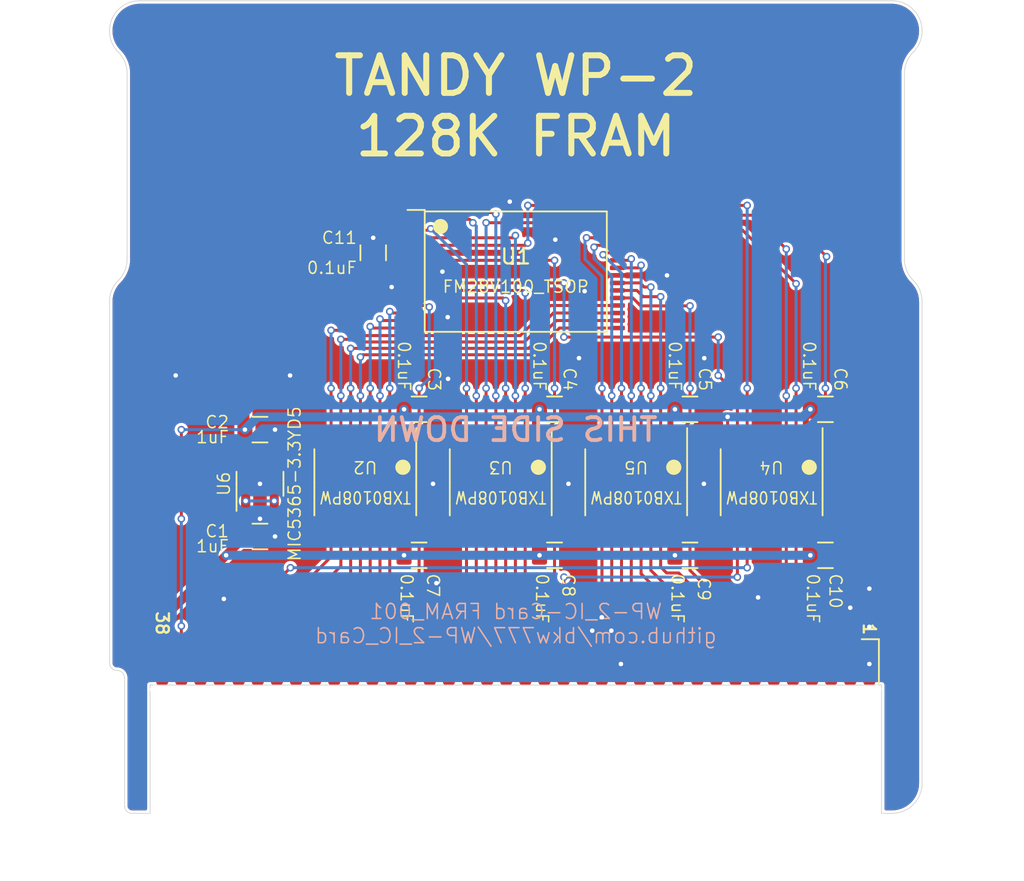
<source format=kicad_pcb>
(kicad_pcb (version 20211014) (generator pcbnew)
  (title_block (title "WP-2_IC-Card") (date "2023-01-12") (rev "FRAM_001") (company "Brian K. White - b.kenyon.w@gmail.com") (comment 1 "CC-BY-SA") (comment 2 "github.com/bkw777/WP-2_IC_Card"))
  (layers (0 "F.Cu" signal) (31 "B.Cu" signal) (34 "B.Paste" user) (35 "F.Paste" user) (36 "B.SilkS" user "B.Silkscreen") (37 "F.SilkS" user "F.Silkscreen") (38 "B.Mask" user) (39 "F.Mask" user) (44 "Edge.Cuts" user))
  (net 0 "")
  (net 1 "GND")
  (net 2 "/~{CE1}")
  (net 3 "/~{OE}")
  (net 4 "/D0")
  (net 5 "/D1")
  (net 6 "/D2")
  (net 7 "/D3")
  (net 8 "/D4")
  (net 9 "/D5")
  (net 10 "/D6")
  (net 11 "/D7")
  (net 12 "/A16")
  (net 13 "/A15")
  (net 14 "/A14")
  (net 15 "/A13")
  (net 16 "/A12")
  (net 17 "/A11")
  (net 18 "/A10")
  (net 19 "/A9")
  (net 20 "/A8")
  (net 21 "/A7")
  (net 22 "/A6")
  (net 23 "/A5")
  (net 24 "/A4")
  (net 25 "/A3")
  (net 26 "/A2")
  (net 27 "/A1")
  (net 28 "/A0")
  (net 29 "/CE2")
  (net 30 "VMEM")
  (net 31 "VBUS")
  (net 32 "/~{WE}")
  (net 37 "Net-(U1-Pad1)")
  (net 38 "Net-(U1-Pad2)")
  (net 39 "Net-(U1-Pad3)")
  (net 40 "Net-(U1-Pad4)")
  (net 41 "Net-(U1-Pad5)")
  (net 42 "Net-(U1-Pad7)")
  (net 43 "Net-(U1-Pad10)")
  (net 44 "Net-(U1-Pad11)")
  (net 45 "Net-(U1-Pad12)")
  (net 46 "Net-(U1-Pad13)")
  (net 47 "Net-(U1-Pad14)")
  (net 48 "Net-(U1-Pad15)")
  (net 49 "Net-(U1-Pad16)")
  (net 50 "Net-(U1-Pad17)")
  (net 51 "Net-(U1-Pad18)")
  (net 52 "Net-(U1-Pad19)")
  (net 53 "Net-(U1-Pad20)")
  (net 54 "Net-(U1-Pad21)")
  (net 55 "Net-(U1-Pad22)")
  (net 56 "Net-(U1-Pad23)")
  (net 57 "Net-(U1-Pad25)")
  (net 58 "Net-(U1-Pad26)")
  (net 59 "Net-(U1-Pad27)")
  (net 60 "Net-(U1-Pad28)")
  (net 61 "Net-(U1-Pad29)")
  (net 62 "Net-(U1-Pad31)")
  (net 64 "Net-(U1-Pad6)")
  (net 65 "Net-(U1-Pad30)")
  (net 66 "Net-(U1-Pad32)")
  (footprint "0_LOCAL:SMS-138-01-x-x_edge" (layer "F.Cu") (at 135.95 113.72 -90)
    (fp_text reference "J1" hide)
    (fp_text value "Conn_01x38_Female")
  )
  (footprint "0_LOCAL:npth_0.6mm" (layer "F.Cu") (at 159.95 114.02)
    (fp_text reference "REF**" hide)
    (fp_text value "npth_0.6mm")
  )
  (footprint "0_LOCAL:TSOP32-14mm" (layer "F.Cu") (at 135.95 86.245)
    (fp_text reference "U1")
    (fp_text value "FM28V100_TSOP")
  )
  (footprint "0_LOCAL:C_0805_1mm" (layer "F.Cu") (at 118.95 103.845 180)
    (fp_text reference "C1")
    (fp_text value "1uF")
  )
  (footprint "0_LOCAL:C_0805_1mm" (layer "F.Cu") (at 118.95 96.745 180)
    (fp_text reference "C2")
    (fp_text value "1uF")
  )
  (footprint "0_LOCAL:TSSOP-20_4.4x6.5mm_P0.65mm" (layer "F.Cu") (at 143.95 100.245 -90)
    (fp_text reference "U5")
    (fp_text value "TXB0108PW")
  )
  (footprint "0_LOCAL:C_0805_1mm" (layer "F.Cu") (at 129.525 95.395)
    (fp_text reference "C3")
    (fp_text value "0.1uF")
  )
  (footprint "0_LOCAL:TSOT-23-5" (layer "F.Cu") (at 118.95 100.345 90)
    (fp_text reference "U6")
    (fp_text value "MIC5365-3.3YD5")
  )
  (footprint "0_LOCAL:C_0805_1mm" (layer "F.Cu") (at 129.525 105.095)
    (fp_text reference "C7")
    (fp_text value "0.1uF")
  )
  (footprint "0_LOCAL:C_0805_1mm" (layer "F.Cu") (at 147.525 105.095)
    (fp_text reference "C9")
    (fp_text value "0.1uF")
  )
  (footprint "0_LOCAL:TSSOP-20_4.4x6.5mm_P0.65mm" (layer "F.Cu") (at 134.95 100.245 -90)
    (fp_text reference "U3")
    (fp_text value "TXB0108PW")
  )
  (footprint "0_LOCAL:WP-2_IC_Card_Cover_RAM" (layer "F.Cu") (at 135.95 95.245)
    (fp_text reference "REF**" hide)
    (fp_text value "WP-2_IC_Card_Cover_RAM")
  )
  (footprint "0_LOCAL:C_0805_1mm" (layer "F.Cu") (at 147.525 95.395)
    (fp_text reference "C5")
    (fp_text value "0.1uF")
  )
  (footprint "0_LOCAL:C_0805_1mm" (layer "F.Cu") (at 156.525 95.395)
    (fp_text reference "C6")
    (fp_text value "0.1uF")
  )
  (footprint "0_LOCAL:C_0805_1mm" (layer "F.Cu") (at 156.525 105.095)
    (fp_text reference "C10")
    (fp_text value "0.1uF")
  )
  (footprint "0_LOCAL:npth_0.6mm" (layer "F.Cu") (at 111.95 114.02)
    (fp_text reference "REF**" hide)
    (fp_text value "npth_0.6mm")
  )
  (footprint "0_LOCAL:TSSOP-20_4.4x6.5mm_P0.65mm" (layer "F.Cu") (at 125.95 100.245 -90)
    (fp_text reference "U2")
    (fp_text value "TXB0108PW")
  )
  (footprint "0_LOCAL:C_0805_1mm" (layer "F.Cu") (at 138.525 105.095)
    (fp_text reference "C8")
    (fp_text value "0.1uF")
  )
  (footprint "0_LOCAL:TSSOP-20_4.4x6.5mm_P0.65mm" (layer "F.Cu") (at 152.95 100.245 -90)
    (fp_text reference "U4")
    (fp_text value "TXB0108PW")
  )
  (footprint "0_LOCAL:C_0805_1mm" (layer "F.Cu") (at 138.525 95.395)
    (fp_text reference "C4")
    (fp_text value "0.1uF")
  )
  (footprint "0_LOCAL:C_0805_1mm" (layer "F.Cu") (at 126.475 84.995 90)
    (fp_text reference "C11")
    (fp_text value "0.1uF")
  )
  (gr_line (start 108.949999 88.245) (end 108.95 112.245) (layer "Edge.Cuts") (width 0.05))
  (gr_line (start 160.95 68.245) (end 110.95 68.245) (layer "Edge.Cuts") (width 0.05))
  (gr_line (start 111.65 113.72) (end 160.25 113.72) (layer "Edge.Cuts") (width 0.05))
  (gr_line (start 160.25 122.245) (end 160.25 113.72) (layer "Edge.Cuts") (width 0.05))
  (gr_line (start 111.65 122.245) (end 111.65 113.72) (layer "Edge.Cuts") (width 0.05))
  (gr_line (start 110.45 122.245) (end 111.65 122.245) (layer "Edge.Cuts") (width 0.05))
  (gr_line (start 160.95 122.245) (end 160.25 122.245) (layer "Edge.Cuts") (width 0.05))
  (gr_line (start 162.95 120.245) (end 162.95 88.245) (layer "Edge.Cuts") (width 0.05))
  (gr_line (start 109.95 113.245) (end 109.95 121.745) (layer "Edge.Cuts") (width 0.05))
  (gr_arc (start 109.535787 71.659214) (mid 109.969333 72.308061) (end 110.121574 73.073428) (layer "Edge.Cuts") (width 0.05))
  (gr_arc (start 162.364213 86.830786) (mid 162.797759 87.479633) (end 162.95 88.245) (layer "Edge.Cuts") (width 0.05))
  (gr_arc (start 162.95 120.245) (mid 162.364214 121.659214) (end 160.95 122.245) (layer "Edge.Cuts") (width 0.05))
  (gr_arc (start 109.45 112.745) (mid 109.803553 112.891447) (end 109.95 113.245) (layer "Edge.Cuts") (width 0.05))
  (gr_arc (start 108.95 70.245) (mid 109.535786 68.830786) (end 110.95 68.245) (layer "Edge.Cuts") (width 0.05))
  (gr_arc (start 160.95 68.245) (mid 162.364214 68.830786) (end 162.95 70.245) (layer "Edge.Cuts") (width 0.05))
  (gr_arc (start 110.45 122.245) (mid 110.096447 122.098553) (end 109.95 121.745) (layer "Edge.Cuts") (width 0.05))
  (gr_arc (start 162.95 70.245) (mid 162.797759 71.010367) (end 162.364213 71.659214) (layer "Edge.Cuts") (width 0.05))
  (gr_arc (start 110.121573 85.416572) (mid 109.969339 86.181944) (end 109.535786 86.830786) (layer "Edge.Cuts") (width 0.05))
  (gr_line (start 161.778426 73.073428) (end 161.778426 85.416572) (layer "Edge.Cuts") (width 0.05))
  (gr_arc (start 162.364213 86.830786) (mid 161.930671 86.181939) (end 161.778426 85.416572) (layer "Edge.Cuts") (width 0.05))
  (gr_arc (start 108.949999 88.245) (mid 109.10224 87.479633) (end 109.535786 86.830786) (layer "Edge.Cuts") (width 0.05))
  (gr_arc (start 161.778426 73.073428) (mid 161.930667 72.308061) (end 162.364213 71.659214) (layer "Edge.Cuts") (width 0.05))
  (gr_arc (start 109.535787 71.659214) (mid 109.102241 71.010367) (end 108.95 70.245) (layer "Edge.Cuts") (width 0.05))
  (gr_line (start 110.121574 73.073428) (end 110.121573 85.416572) (layer "Edge.Cuts") (width 0.05))
  (gr_arc (start 109.45 112.745) (mid 109.096447 112.598553) (end 108.95 112.245) (layer "Edge.Cuts") (width 0.05))
  (gr_text "${TITLE} ${REVISION}\n${COMMENT2}" (at 135.95 109.64) (layer "B.SilkS") (effects (font (size 1 1) (thickness 0.1)) (justify mirror)))
  (gr_text "THIS SIDE DOWN" (at 135.95 96.745) (layer "B.SilkS") (effects (font (size 1.524 1.524) (thickness 0.254)) (justify mirror)))
  (gr_text "1" (at 159.445 110.485 -90) (layer "F.SilkS") (effects (font (size 0.8128 0.8128) (thickness 0.1524)) (justify right)))
  (gr_text "38" (at 112.455 110.485 -90) (layer "F.SilkS") (effects (font (size 0.8128 0.8128) (thickness 0.1524)) (justify right)))
  (gr_text "TANDY WP-2\n128K FRAM" (at 135.95 75.245) (layer "F.SilkS") (effects (font (size 2.5 2.5) (thickness 0.4))))
  (via (at 118.95 102.67) (size 0.5) (drill 0.3) (layers "F.Cu" "B.Cu") (net 1))
  (via (at 131.425 89.27) (size 0.5) (drill 0.3) (layers "F.Cu" "B.Cu") (net 1))
  (via (at 140.15 91.995) (size 0.5) (drill 0.3) (layers "F.Cu" "B.Cu") (net 1))
  (via (at 152.05 107.895) (size 0.5) (drill 0.3) (layers "F.Cu" "B.Cu") (net 1))
  (via (at 119.95 103.845) (size 0.5) (drill 0.3) (layers "F.Cu" "B.Cu") (net 1))
  (via (at 142.3 110.104) (size 0.5) (drill 0.3) (layers "F.Cu" "B.Cu") (net 1))
  (via (at 127.7 87.27) (size 0.5) (drill 0.3) (layers "F.Cu" "B.Cu") (net 1))
  (via (at 135.55 81.595) (size 0.5) (drill 0.3) (layers "F.Cu" "B.Cu") (net 1))
  (via (at 116.55 107.995) (size 0.5) (drill 0.3) (layers "F.Cu" "B.Cu") (net 1))
  (via (at 148.475 91.995) (size 0.5) (drill 0.3) (layers "F.Cu" "B.Cu") (net 1))
  (via (at 126.475 83.995) (size 0.5) (drill 0.3) (layers "F.Cu" "B.Cu") (net 1))
  (via (at 118.95 100.345) (size 0.5) (drill 0.3) (layers "F.Cu" "B.Cu") (net 1))
  (via (at 140.525 87.545) (size 0.5) (drill 0.3) (layers "F.Cu" "B.Cu") (net 1))
  (via (at 159.445 107.31) (size 0.5) (drill 0.3) (layers "F.Cu" "B.Cu") (net 1))
  (via (at 141.03 110.104) (size 0.5) (drill 0.3) (layers "F.Cu" "B.Cu") (net 1))
  (via (at 148.45 100.345) (size 0.5) (drill 0.3) (layers "F.Cu" "B.Cu") (net 1))
  (via (at 138.575 84.12) (size 0.5) (drill 0.3) (layers "F.Cu" "B.Cu") (net 1))
  (via (at 142.935 112.32) (size 0.5) (drill 0.3) (layers "F.Cu" "B.Cu") (net 1))
  (via (at 146 86.495) (size 0.5) (drill 0.3) (layers "F.Cu" "B.Cu") (net 1))
  (via (at 120.95 93.145) (size 0.5) (drill 0.3) (layers "F.Cu" "B.Cu") (net 1))
  (via (at 159.445 112.32) (size 0.5) (drill 0.3) (layers "F.Cu" "B.Cu") (net 1))
  (via (at 131.075 86.245) (size 0.5) (drill 0.3) (layers "F.Cu" "B.Cu") (net 1))
  (via (at 141.665 109.215) (size 0.5) (drill 0.3) (layers "F.Cu" "B.Cu") (net 1))
  (via (at 130.675 106.945) (size 0.5) (drill 0.3) (layers "F.Cu" "B.Cu") (net 1))
  (via (at 130.45 100.345) (size 0.5) (drill 0.3) (layers "F.Cu" "B.Cu") (net 1))
  (via (at 158.175 108.58) (size 0.5) (drill 0.3) (layers "F.Cu" "B.Cu") (net 1))
  (via (at 159.445 109.85) (size 0.5) (drill 0.3) (layers "F.Cu" "B.Cu") (net 1))
  (via (at 113.35 93.145) (size 0.5) (drill 0.3) (layers "F.Cu" "B.Cu") (net 1))
  (via (at 119.95 96.745) (size 0.5) (drill 0.3) (layers "F.Cu" "B.Cu") (net 1))
  (via (at 139.45 100.345) (size 0.5) (drill 0.3) (layers "F.Cu" "B.Cu") (net 1))
  (via (at 131.45 93.37) (size 0.5) (drill 0.3) (layers "F.Cu" "B.Cu") (net 1))
  (segment (start 155.635 107.78) (end 155.635 112.32) (width 0.2) (layer "F.Cu") (net 2))
  (segment (start 154.575 103.1075) (end 154.575 106.72) (width 0.2) (layer "F.Cu") (net 2))
  (segment (start 154.575 106.72) (end 155.635 107.78) (width 0.2) (layer "F.Cu") (net 2))
  (segment (start 153.925 107.67) (end 154.365 108.11) (width 0.2) (layer "F.Cu") (net 3))
  (segment (start 153.925 103.1075) (end 153.925 107.67) (width 0.2) (layer "F.Cu") (net 3))
  (segment (start 154.365 108.11) (end 154.365 112.32) (width 0.2) (layer "F.Cu") (net 3))
  (segment (start 153.095 111.315) (end 152.25 110.47) (width 0.2) (layer "F.Cu") (net 4))
  (segment (start 147.525 106.095) (end 147.525 104.295) (width 0.2) (layer "F.Cu") (net 4))
  (segment (start 147.525 104.295) (end 146.875 103.645) (width 0.2) (layer "F.Cu") (net 4))
  (segment (start 152.25 110.47) (end 151.9 110.47) (width 0.2) (layer "F.Cu") (net 4))
  (segment (start 153.095 112.32) (end 153.095 111.315) (width 0.2) (layer "F.Cu") (net 4))
  (segment (start 151.9 110.47) (end 147.525 106.095) (width 0.2) (layer "F.Cu") (net 4))
  (segment (start 146.875 103.645) (end 146.875 103.1075) (width 0.2) (layer "F.Cu") (net 4))
  (segment (start 146.775 106.27) (end 151.825 111.32) (width 0.2) (layer "F.Cu") (net 5))
  (segment (start 151.825 111.32) (end 151.825 112.32) (width 0.2) (layer "F.Cu") (net 5))
  (segment (start 145.575 103.1075) (end 145.575 105.87) (width 0.2) (layer "F.Cu") (net 5))
  (segment (start 145.975 106.27) (end 146.775 106.27) (width 0.2) (layer "F.Cu") (net 5))
  (segment (start 145.575 105.87) (end 145.975 106.27) (width 0.2) (layer "F.Cu") (net 5))
  (segment (start 145.8 106.97) (end 146.225 106.97) (width 0.2) (layer "F.Cu") (net 6))
  (segment (start 150.555 111.3) (end 150.555 112.32) (width 0.2) (layer "F.Cu") (net 6))
  (segment (start 144.925 106.095) (end 145.8 106.97) (width 0.2) (layer "F.Cu") (net 6))
  (segment (start 146.225 106.97) (end 150.555 111.3) (width 0.2) (layer "F.Cu") (net 6))
  (segment (start 144.925 103.1075) (end 144.925 106.095) (width 0.2) (layer "F.Cu") (net 6))
  (segment (start 144.275 103.1075) (end 144.275 106.32) (width 0.2) (layer "F.Cu") (net 7))
  (segment (start 149.285 111.33) (end 149.285 112.32) (width 0.2) (layer "F.Cu") (net 7))
  (segment (start 144.275 106.32) (end 149.285 111.33) (width 0.2) (layer "F.Cu") (net 7))
  (segment (start 143.625 106.92) (end 148.015 111.31) (width 0.2) (layer "F.Cu") (net 8))
  (segment (start 148.015 111.31) (end 148.015 112.32) (width 0.2) (layer "F.Cu") (net 8))
  (segment (start 143.625 103.1075) (end 143.625 106.92) (width 0.2) (layer "F.Cu") (net 8))
  (segment (start 142.975 107.545) (end 146.745 111.315) (width 0.2) (layer "F.Cu") (net 9))
  (segment (start 142.975 103.1075) (end 142.975 107.545) (width 0.2) (layer "F.Cu") (net 9))
  (segment (start 146.745 111.315) (end 146.745 112.32) (width 0.2) (layer "F.Cu") (net 9))
  (segment (start 145.2 112.045) (end 145.475 112.32) (width 0.2) (layer "F.Cu") (net 10))
  (segment (start 142.325 103.1075) (end 142.325 107.745) (width 0.2) (layer "F.Cu") (net 10))
  (segment (start 142.325 107.745) (end 145.2 110.62) (width 0.2) (layer "F.Cu") (net 10))
  (segment (start 145.2 110.62) (end 145.2 112.045) (width 0.2) (layer "F.Cu") (net 10))
  (segment (start 141.675 107.97) (end 144.205 110.5) (width 0.2) (layer "F.Cu") (net 11))
  (segment (start 141.675 103.1075) (end 141.675 107.97) (width 0.2) (layer "F.Cu") (net 11))
  (segment (start 144.205 110.5) (end 144.205 112.32) (width 0.2) (layer "F.Cu") (net 11))
  (segment (start 139.15 106.545) (end 139.15 110.02) (width 0.2) (layer "F.Cu") (net 12))
  (segment (start 137.855 111.315) (end 137.855 112.32) (width 0.2) (layer "F.Cu") (net 12))
  (segment (start 139.15 110.02) (end 137.855 111.315) (width 0.2) (layer "F.Cu") (net 12))
  (segment (start 150.675 103.1075) (end 150.675 106.545) (width 0.2) (layer "F.Cu") (net 12))
  (via (at 150.675 106.545) (size 0.5) (drill 0.3) (layers "F.Cu" "B.Cu") (net 12))
  (via (at 139.15 106.545) (size 0.5) (drill 0.3) (layers "F.Cu" "B.Cu") (net 12))
  (segment (start 150.675 106.545) (end 139.15 106.545) (width 0.2) (layer "B.Cu") (net 12))
  (segment (start 138.525 109.395) (end 136.585 111.335) (width 0.2) (layer "F.Cu") (net 13))
  (segment (start 138.525 104.295) (end 138.525 109.395) (width 0.2) (layer "F.Cu") (net 13))
  (segment (start 137.875 103.1075) (end 137.875 103.645) (width 0.2) (layer "F.Cu") (net 13))
  (segment (start 136.585 111.335) (end 136.585 112.32) (width 0.2) (layer "F.Cu") (net 13))
  (segment (start 137.875 103.645) (end 138.525 104.295) (width 0.2) (layer "F.Cu") (net 13))
  (segment (start 136.575 103.1075) (end 136.575 110.0575) (width 0.2) (layer "F.Cu") (net 14))
  (segment (start 136.575 110.0575) (end 135.315 111.3175) (width 0.2) (layer "F.Cu") (net 14))
  (segment (start 135.315 111.3175) (end 135.315 112.32) (width 0.2) (layer "F.Cu") (net 14))
  (segment (start 134.045 111.325) (end 134.045 112.32) (width 0.2) (layer "F.Cu") (net 15))
  (segment (start 135.925 103.1075) (end 135.925 109.445) (width 0.2) (layer "F.Cu") (net 15))
  (segment (start 135.925 109.445) (end 134.045 111.325) (width 0.2) (layer "F.Cu") (net 15))
  (segment (start 135.275 108.845) (end 132.775 111.345) (width 0.2) (layer "F.Cu") (net 16))
  (segment (start 135.275 103.1075) (end 135.275 108.845) (width 0.2) (layer "F.Cu") (net 16))
  (segment (start 132.775 111.345) (end 132.775 112.32) (width 0.2) (layer "F.Cu") (net 16))
  (segment (start 131.505 111.315) (end 131.505 112.32) (width 0.2) (layer "F.Cu") (net 17))
  (segment (start 134.625 103.1075) (end 134.625 108.195) (width 0.2) (layer "F.Cu") (net 17))
  (segment (start 134.625 108.195) (end 131.505 111.315) (width 0.2) (layer "F.Cu") (net 17))
  (segment (start 130.235 112.32) (end 130.235 111.31) (width 0.2) (layer "F.Cu") (net 18))
  (segment (start 130.235 111.31) (end 133.975 107.57) (width 0.2) (layer "F.Cu") (net 18))
  (segment (start 133.975 107.57) (end 133.975 103.1075) (width 0.2) (layer "F.Cu") (net 18))
  (segment (start 133.325 106.97) (end 133.325 103.1075) (width 0.2) (layer "F.Cu") (net 19))
  (segment (start 128.965 111.33) (end 133.325 106.97) (width 0.2) (layer "F.Cu") (net 19))
  (segment (start 128.965 112.32) (end 128.965 111.33) (width 0.2) (layer "F.Cu") (net 19))
  (segment (start 127.695 111.325) (end 132.675 106.345) (width 0.2) (layer "F.Cu") (net 20))
  (segment (start 127.695 112.32) (end 127.695 111.325) (width 0.2) (layer "F.Cu") (net 20))
  (segment (start 132.675 106.345) (end 132.675 103.1075) (width 0.2) (layer "F.Cu") (net 20))
  (segment (start 129.525 108.22) (end 126.425 111.32) (width 0.2) (layer "F.Cu") (net 21))
  (segment (start 129.525 104.295) (end 129.525 108.22) (width 0.2) (layer "F.Cu") (net 21))
  (segment (start 126.425 111.32) (end 126.425 112.32) (width 0.2) (layer "F.Cu") (net 21))
  (segment (start 128.875 103.1075) (end 128.875 103.645) (width 0.2) (layer "F.Cu") (net 21))
  (segment (start 128.875 103.645) (end 129.525 104.295) (width 0.2) (layer "F.Cu") (net 21))
  (segment (start 125.155 111.34) (end 125.155 112.32) (width 0.2) (layer "F.Cu") (net 22))
  (segment (start 127.575 103.1075) (end 127.575 108.92) (width 0.2) (layer "F.Cu") (net 22))
  (segment (start 127.575 108.92) (end 125.155 111.34) (width 0.2) (layer "F.Cu") (net 22))
  (segment (start 126.925 103.1075) (end 126.925 108.32) (width 0.2) (layer "F.Cu") (net 23))
  (segment (start 123.885 111.36) (end 123.885 112.32) (width 0.2) (layer "F.Cu") (net 23))
  (segment (start 126.925 108.32) (end 123.885 111.36) (width 0.2) (layer "F.Cu") (net 23))
  (segment (start 122.615 111.33) (end 122.615 112.32) (width 0.2) (layer "F.Cu") (net 24))
  (segment (start 126.275 103.1075) (end 126.275 107.67) (width 0.2) (layer "F.Cu") (net 24))
  (segment (start 126.275 107.67) (end 122.615 111.33) (width 0.2) (layer "F.Cu") (net 24))
  (segment (start 125.625 107.045) (end 121.345 111.325) (width 0.2) (layer "F.Cu") (net 25))
  (segment (start 121.345 111.325) (end 121.345 112.32) (width 0.2) (layer "F.Cu") (net 25))
  (segment (start 125.625 103.1075) (end 125.625 107.045) (width 0.2) (layer "F.Cu") (net 25))
  (segment (start 124.975 106.42) (end 120.075 111.32) (width 0.2) (layer "F.Cu") (net 26))
  (segment (start 120.075 111.32) (end 120.075 112.32) (width 0.2) (layer "F.Cu") (net 26))
  (segment (start 124.975 103.1075) (end 124.975 106.42) (width 0.2) (layer "F.Cu") (net 26))
  (segment (start 124.325 103.1075) (end 124.325 105.82) (width 0.2) (layer "F.Cu") (net 27))
  (segment (start 124.325 105.82) (end 118.805 111.34) (width 0.2) (layer "F.Cu") (net 27))
  (segment (start 118.805 111.34) (end 118.805 112.32) (width 0.2) (layer "F.Cu") (net 27))
  (segment (start 123.675 105.195) (end 123.675 103.1075) (width 0.2) (layer "F.Cu") (net 28))
  (segment (start 117.75 112.105) (end 117.75 111.12) (width 0.2) (layer "F.Cu") (net 28))
  (segment (start 117.535 112.32) (end 117.75 112.105) (width 0.2) (layer "F.Cu") (net 28))
  (segment (start 117.75 111.12) (end 123.675 105.195) (width 0.2) (layer "F.Cu") (net 28))
  (segment (start 156.525 106.82) (end 156.905 107.2) (width 0.2) (layer "F.Cu") (net 29))
  (segment (start 156.525 104.295) (end 156.525 106.82) (width 0.2) (layer "F.Cu") (net 29))
  (segment (start 156.905 107.2) (end 156.905 112.32) (width 0.2) (layer "F.Cu") (net 29))
  (segment (start 155.875 103.1075) (end 155.875 103.645) (width 0.2) (layer "F.Cu") (net 29))
  (segment (start 155.875 103.645) (end 156.525 104.295) (width 0.2) (layer "F.Cu") (net 29))
  (segment (start 126.475 85.995) (end 129.2 85.995) (width 0.3) (layer "F.Cu") (net 30))
  (segment (start 132.325 98.545) (end 136.875 98.545) (width 0.2) (layer "F.Cu") (net 30))
  (segment (start 128.225 98.245) (end 128.225 97.3825) (width 0.2) (layer "F.Cu") (net 30))
  (segment (start 123.025 98.22) (end 123.375 98.57) (width 0.2) (layer "F.Cu") (net 30))
  (segment (start 117.95 89.345) (end 117.95 96.745) (width 0.6) (layer "F.Cu") (net 30))
  (segment (start 146.225 98.195) (end 146.225 97.3825) (width 0.2) (layer "F.Cu") (net 30))
  (segment (start 150.025 97.3825) (end 150.025 95.895) (width 0.2) (layer "F.Cu") (net 30))
  (segment (start 155.525 95.395) (end 155.225 95.695) (width 0.4) (layer "F.Cu") (net 30))
  (segment (start 128.525 95.395) (end 128.225 95.695) (width 0.4) (layer "F.Cu") (net 30))
  (segment (start 141.025 98.245) (end 141.325 98.545) (width 0.2) (layer "F.Cu") (net 30))
  (segment (start 127.9 98.57) (end 128.225 98.245) (width 0.2) (layer "F.Cu") (net 30))
  (segment (start 132.025 97.3825) (end 132.025 98.245) (width 0.2) (layer "F.Cu") (net 30))
  (segment (start 146.525 95.395) (end 146.225 95.695) (width 0.4) (layer "F.Cu") (net 30))
  (segment (start 145.875 98.545) (end 146.225 98.195) (width 0.2) (layer "F.Cu") (net 30))
  (segment (start 118 96.795) (end 117.95 96.745) (width 0.6) (layer "F.Cu") (net 30))
  (segment (start 132.025 98.245) (end 132.325 98.545) (width 0.2) (layer "F.Cu") (net 30))
  (segment (start 121.3 85.995) (end 117.95 89.345) (width 0.6) (layer "F.Cu") (net 30))
  (segment (start 113.725 102.67) (end 113.725 96.745) (width 0.2) (layer "F.Cu") (net 30))
  (segment (start 141.025 97.3825) (end 141.025 98.245) (width 0.2) (layer "F.Cu") (net 30))
  (segment (start 155.225 95.695) (end 155.225 97.3825) (width 0.4) (layer "F.Cu") (net 30))
  (segment (start 137.225 95.695) (end 137.225 97.3825) (width 0.4) (layer "F.Cu") (net 30))
  (segment (start 137.525 95.395) (end 137.225 95.695) (width 0.4) (layer "F.Cu") (net 30))
  (segment (start 123.375 98.57) (end 127.9 98.57) (width 0.2) (layer "F.Cu") (net 30))
  (segment (start 118 99.2075) (end 118 96.795) (width 0.6) (layer "F.Cu") (net 30))
  (segment (start 146.225 95.695) (end 146.225 97.3825) (width 0.4) (layer "F.Cu") (net 30))
  (segment (start 113.725 112.32) (end 113.725 109.795) (width 0.2) (layer "F.Cu") (net 30))
  (segment (start 123.025 97.3825) (end 123.025 98.22) (width 0.2) (layer "F.Cu") (net 30))
  (segment (start 136.875 98.545) (end 137.225 98.195) (width 0.2) (layer "F.Cu") (net 30))
  (segment (start 128.225 95.695) (end 128.225 97.3825) (width 0.4) (layer "F.Cu") (net 30))
  (segment (start 141.325 98.545) (end 145.875 98.545) (width 0.2) (layer "F.Cu") (net 30))
  (segment (start 126.475 85.995) (end 121.3 85.995) (width 0.6) (layer "F.Cu") (net 30))
  (segment (start 137.225 98.195) (end 137.225 97.3825) (width 0.2) (layer "F.Cu") (net 30))
  (via (at 155.525 95.395) (size 0.5) (drill 0.3) (layers "F.Cu" "B.Cu") (net 30))
  (via (at 150.025 95.895) (size 0.5) (drill 0.3) (layers "F.Cu" "B.Cu") (net 30))
  (via (at 137.525 95.395) (size 0.5) (drill 0.3) (layers "F.Cu" "B.Cu") (net 30))
  (via (at 128.525 95.395) (size 0.5) (drill 0.3) (layers "F.Cu" "B.Cu") (net 30))
  (via (at 117.95 96.745) (size 0.5) (drill 0.3) (layers "F.Cu" "B.Cu") (net 30))
  (via (at 113.725 109.795) (size 0.5) (drill 0.3) (layers "F.Cu" "B.Cu") (net 30))
  (via (at 113.725 102.67) (size 0.5) (drill 0.3) (layers "F.Cu" "B.Cu") (net 30))
  (via (at 113.725 96.745) (size 0.5) (drill 0.3) (layers "F.Cu" "B.Cu") (net 30))
  (via (at 146.525 95.395) (size 0.5) (drill 0.3) (layers "F.Cu" "B.Cu") (net 30))
  (segment (start 155.525 95.395) (end 155.025 95.895) (width 0.6) (layer "B.Cu") (net 30))
  (segment (start 150.025 95.895) (end 118.8 95.895) (width 0.6) (layer "B.Cu") (net 30))
  (segment (start 146.525 95.895) (end 146.525 95.395) (width 0.6) (layer "B.Cu") (net 30))
  (segment (start 113.725 109.795) (end 113.725 102.67) (width 0.2) (layer "B.Cu") (net 30))
  (segment (start 128.525 95.895) (end 128.525 95.395) (width 0.6) (layer "B.Cu") (net 30))
  (segment (start 118.8 95.895) (end 117.95 96.745) (width 0.6) (layer "B.Cu") (net 30))
  (segment (start 113.725 96.745) (end 117.95 96.745) (width 0.2) (layer "B.Cu") (net 30))
  (segment (start 137.525 95.895) (end 137.525 95.395) (width 0.6) (layer "B.Cu") (net 30))
  (segment (start 155.025 95.895) (end 150.025 95.895) (width 0.6) (layer "B.Cu") (net 30))
  (segment (start 112.455 109.34) (end 112.455 112.32) (width 0.6) (layer "F.Cu") (net 31))
  (segment (start 118 103.795) (end 118 101.4825) (width 0.6) (layer "F.Cu") (net 31))
  (segment (start 116.7 105.095) (end 112.455 109.34) (width 0.6) (layer "F.Cu") (net 31))
  (segment (start 146.225 104.795) (end 146.225 103.1075) (width 0.4) (layer "F.Cu") (net 31))
  (segment (start 128.225 104.795) (end 128.225 103.1075) (width 0.4) (layer "F.Cu") (net 31))
  (segment (start 155.525 105.095) (end 155.225 104.795) (width 0.4) (layer "F.Cu") (net 31))
  (segment (start 116.7 105.095) (end 118 103.795) (width 0.6) (layer "F.Cu") (net 31))
  (segment (start 146.525 105.095) (end 146.225 104.795) (width 0.4) (layer "F.Cu") (net 31))
  (segment (start 128.525 105.095) (end 128.225 104.795) (width 0.4) (layer "F.Cu") (net 31))
  (segment (start 137.225 104.795) (end 137.225 103.1075) (width 0.4) (layer "F.Cu") (net 31))
  (segment (start 137.525 105.095) (end 137.225 104.795) (width 0.4) (layer "F.Cu") (net 31))
  (segment (start 155.225 104.795) (end 155.225 103.1075) (width 0.4) (layer "F.Cu") (net 31))
  (via (at 146.525 105.095) (size 0.5) (drill 0.3) (layers "F.Cu" "B.Cu") (net 31))
  (via (at 128.525 105.095) (size 0.5) (drill 0.3) (layers "F.Cu" "B.Cu") (net 31))
  (via (at 137.525 105.095) (size 0.5) (drill 0.3) (layers "F.Cu" "B.Cu") (net 31))
  (via (at 119.9 101.4825) (size 0.5) (drill 0.3) (layers "F.Cu" "B.Cu") (net 31))
  (via (at 118 101.4825) (size 0.5) (drill 0.3) (layers "F.Cu" "B.Cu") (net 31))
  (via (at 155.525 105.095) (size 0.5) (drill 0.3) (layers "F.Cu" "B.Cu") (net 31))
  (via (at 116.7 105.095) (size 0.5) (drill 0.3) (layers "F.Cu" "B.Cu") (net 31))
  (segment (start 119.9 101.4825) (end 118 101.4825) (width 0.2) (layer "B.Cu") (net 31))
  (segment (start 155.525 105.095) (end 146.525 105.095) (width 0.6) (layer "B.Cu") (net 31))
  (segment (start 116.7 105.095) (end 146.525 105.095) (width 0.6) (layer "B.Cu") (net 31))
  (segment (start 116.265 110.63) (end 116.265 112.32) (width 0.2) (layer "F.Cu") (net 32))
  (segment (start 120.975 105.92) (end 116.265 110.63) (width 0.2) (layer "F.Cu") (net 32))
  (segment (start 151.325 103.1075) (end 151.325 105.92) (width 0.2) (layer "F.Cu") (net 32))
  (via (at 151.325 105.92) (size 0.5) (drill 0.3) (layers "F.Cu" "B.Cu") (net 32))
  (via (at 120.975 105.92) (size 0.5) (drill 0.3) (layers "F.Cu" "B.Cu") (net 32))
  (segment (start 120.975 105.92) (end 151.325 105.92) (width 0.2) (layer "B.Cu") (net 32))
  (segment (start 134.525 82.32) (end 129.75 82.32) (width 0.2) (layer "F.Cu") (net 37))
  (segment (start 134.625 82.42) (end 134.525 82.32) (width 0.2) (layer "F.Cu") (net 37))
  (segment (start 129.75 82.32) (end 129.575 82.495) (width 0.2) (layer "F.Cu") (net 37))
  (segment (start 129.575 82.495) (end 129.2 82.495) (width 0.2) (layer "F.Cu") (net 37))
  (segment (start 134.625 97.3825) (end 134.625 94.495) (width 0.2) (layer "F.Cu") (net 37))
  (via (at 134.625 94.495) (size 0.5) (drill 0.3) (layers "F.Cu" "B.Cu") (net 37))
  (via (at 134.625 82.42) (size 0.5) (drill 0.3) (layers "F.Cu" "B.Cu") (net 37))
  (segment (start 134.625 82.42) (end 134.625 94.495) (width 0.2) (layer "B.Cu") (net 37))
  (segment (start 133.325 97.3825) (end 133.325 94.495) (width 0.2) (layer "F.Cu") (net 38))
  (segment (start 132.875 82.77) (end 130.05 82.77) (width 0.2) (layer "F.Cu") (net 38))
  (segment (start 130.05 82.77) (end 129.825 82.995) (width 0.2) (layer "F.Cu") (net 38))
  (segment (start 129.825 82.995) (end 129.2 82.995) (width 0.2) (layer "F.Cu") (net 38))
  (segment (start 133.1 82.995) (end 132.875 82.77) (width 0.2) (layer "F.Cu") (net 38))
  (via (at 133.325 94.495) (size 0.5) (drill 0.3) (layers "F.Cu" "B.Cu") (net 38))
  (via (at 133.1 82.995) (size 0.5) (drill 0.3) (layers "F.Cu" "B.Cu") (net 38))
  (segment (start 133.325 94.495) (end 133.325 83.22) (width 0.2) (layer "B.Cu") (net 38))
  (segment (start 133.325 83.22) (end 133.1 82.995) (width 0.2) (layer "B.Cu") (net 38))
  (segment (start 130.3 83.395) (end 130.2 83.495) (width 0.2) (layer "F.Cu") (net 39))
  (segment (start 130.2 83.495) (end 129.2 83.495) (width 0.2) (layer "F.Cu") (net 39))
  (segment (start 132.675 93.995) (end 132.675 97.3825) (width 0.2) (layer "F.Cu") (net 39))
  (via (at 132.675 93.995) (size 0.5) (drill 0.3) (layers "F.Cu" "B.Cu") (net 39))
  (via (at 130.3 83.395) (size 0.5) (drill 0.3) (layers "F.Cu" "B.Cu") (net 39))
  (segment (start 132.675 85.77) (end 130.3 83.395) (width 0.2) (layer "B.Cu") (net 39))
  (segment (start 132.675 93.995) (end 132.675 85.77) (width 0.2) (layer "B.Cu") (net 39))
  (segment (start 135.775 83.995) (end 135.925 83.845) (width 0.2) (layer "F.Cu") (net 40))
  (segment (start 129.2 83.995) (end 135.775 83.995) (width 0.2) (layer "F.Cu") (net 40))
  (segment (start 135.925 97.3825) (end 135.925 94.495) (width 0.2) (layer "F.Cu") (net 40))
  (via (at 135.925 94.495) (size 0.5) (drill 0.3) (layers "F.Cu" "B.Cu") (net 40))
  (via (at 135.925 83.845) (size 0.5) (drill 0.3) (layers "F.Cu" "B.Cu") (net 40))
  (segment (start 135.925 94.495) (end 135.925 83.845) (width 0.2) (layer "B.Cu") (net 40))
  (segment (start 136.75 81.845) (end 151.325 81.845) (width 0.2) (layer "F.Cu") (net 41))
  (segment (start 151.325 93.995) (end 151.325 97.3825) (width 0.2) (layer "F.Cu") (net 41))
  (segment (start 136.6 84.495) (end 129.2 84.495) (width 0.2) (layer "F.Cu") (net 41))
  (segment (start 136.75 84.345) (end 136.6 84.495) (width 0.2) (layer "F.Cu") (net 41))
  (via (at 136.75 84.345) (size 0.5) (drill 0.3) (layers "F.Cu" "B.Cu") (net 41))
  (via (at 151.325 93.995) (size 0.5) (drill 0.3) (layers "F.Cu" "B.Cu") (net 41))
  (via (at 136.75 81.845) (size 0.5) (drill 0.3) (layers "F.Cu" "B.Cu") (net 41))
  (via (at 151.325 81.845) (size 0.5) (drill 0.3) (layers "F.Cu" "B.Cu") (net 41))
  (segment (start 136.75 81.845) (end 136.75 84.345) (width 0.2) (layer "B.Cu") (net 41))
  (segment (start 151.325 81.845) (end 151.325 93.995) (width 0.2) (layer "B.Cu") (net 41))
  (segment (start 138.525 93.995) (end 138.525 96.195) (width 0.2) (layer "F.Cu") (net 42))
  (segment (start 137.875 96.845) (end 137.875 97.3825) (width 0.2) (layer "F.Cu") (net 42))
  (segment (start 138.525 85.495) (end 129.2 85.495) (width 0.2) (layer "F.Cu") (net 42))
  (segment (start 138.525 96.195) (end 137.875 96.845) (width 0.2) (layer "F.Cu") (net 42))
  (via (at 138.525 85.495) (size 0.5) (drill 0.3) (layers "F.Cu" "B.Cu") (net 42))
  (via (at 138.525 93.995) (size 0.5) (drill 0.3) (layers "F.Cu" "B.Cu") (net 42))
  (segment (start 138.525 85.495) (end 138.525 93.995) (width 0.2) (layer "B.Cu") (net 42))
  (segment (start 149.4 93.145) (end 150.675 94.42) (width 0.2) (layer "F.Cu") (net 43))
  (segment (start 139.15 90.595) (end 149.4 90.595) (width 0.2) (layer "F.Cu") (net 43))
  (segment (start 139.15 86.995) (end 129.2 86.995) (width 0.2) (layer "F.Cu") (net 43))
  (segment (start 150.675 94.42) (end 150.675 97.3825) (width 0.2) (layer "F.Cu") (net 43))
  (via (at 139.15 90.595) (size 0.5) (drill 0.3) (layers "F.Cu" "B.Cu") (net 43))
  (via (at 139.15 86.995) (size 0.5) (drill 0.3) (layers "F.Cu" "B.Cu") (net 43))
  (via (at 149.4 93.145) (size 0.5) (drill 0.3) (layers "F.Cu" "B.Cu") (net 43))
  (via (at 149.4 90.595) (size 0.5) (drill 0.3) (layers "F.Cu" "B.Cu") (net 43))
  (segment (start 139.15 90.595) (end 139.15 86.995) (width 0.2) (layer "B.Cu") (net 43))
  (segment (start 149.4 90.595) (end 149.4 93.145) (width 0.2) (layer "B.Cu") (net 43))
  (segment (start 136.4 87.495) (end 129.2 87.495) (width 0.2) (layer "F.Cu") (net 44))
  (segment (start 136.575 87.67) (end 136.4 87.495) (width 0.2) (layer "F.Cu") (net 44))
  (segment (start 136.575 97.3825) (end 136.575 93.995) (width 0.2) (layer "F.Cu") (net 44))
  (via (at 136.575 87.67) (size 0.5) (drill 0.3) (layers "F.Cu" "B.Cu") (net 44))
  (via (at 136.575 93.995) (size 0.5) (drill 0.3) (layers "F.Cu" "B.Cu") (net 44))
  (segment (start 136.575 93.995) (end 136.575 87.67) (width 0.2) (layer "B.Cu") (net 44))
  (segment (start 135.1 87.995) (end 135.275 88.17) (width 0.2) (layer "F.Cu") (net 45))
  (segment (start 129.2 87.995) (end 135.1 87.995) (width 0.2) (layer "F.Cu") (net 45))
  (segment (start 135.275 97.3825) (end 135.275 93.995) (width 0.2) (layer "F.Cu") (net 45))
  (via (at 135.275 88.17) (size 0.5) (drill 0.3) (layers "F.Cu" "B.Cu") (net 45))
  (via (at 135.275 93.995) (size 0.5) (drill 0.3) (layers "F.Cu" "B.Cu") (net 45))
  (segment (start 135.275 93.995) (end 135.275 88.17) (width 0.2) (layer "B.Cu") (net 45))
  (segment (start 130.2 88.595) (end 130.1 88.495) (width 0.2) (layer "F.Cu") (net 46))
  (segment (start 128.875 96.845) (end 128.875 97.3825) (width 0.2) (layer "F.Cu") (net 46))
  (segment (start 129.525 93.995) (end 129.525 96.195) (width 0.2) (layer "F.Cu") (net 46))
  (segment (start 129.525 96.195) (end 128.875 96.845) (width 0.2) (layer "F.Cu") (net 46))
  (segment (start 130.1 88.495) (end 129.2 88.495) (width 0.2) (layer "F.Cu") (net 46))
  (via (at 130.2 88.595) (size 0.5) (drill 0.3) (layers "F.Cu" "B.Cu") (net 46))
  (via (at 129.525 93.995) (size 0.5) (drill 0.3) (layers "F.Cu" "B.Cu") (net 46))
  (segment (start 130.2 93.32) (end 130.2 88.595) (width 0.2) (layer "B.Cu") (net 46))
  (segment (start 129.525 93.995) (end 130.2 93.32) (width 0.2) (layer "B.Cu") (net 46))
  (segment (start 127.575 97.3825) (end 127.575 93.995) (width 0.2) (layer "F.Cu") (net 47))
  (segment (start 127.675 88.995) (end 127.575 88.895) (width 0.2) (layer "F.Cu") (net 47))
  (segment (start 129.2 88.995) (end 127.675 88.995) (width 0.2) (layer "F.Cu") (net 47))
  (via (at 127.575 93.995) (size 0.5) (drill 0.3) (layers "F.Cu" "B.Cu") (net 47))
  (via (at 127.575 88.895) (size 0.5) (drill 0.3) (layers "F.Cu" "B.Cu") (net 47))
  (segment (start 127.575 93.995) (end 127.575 88.895) (width 0.2) (layer "B.Cu") (net 47))
  (segment (start 126.925 97.3825) (end 126.925 94.495) (width 0.2) (layer "F.Cu") (net 48))
  (segment (start 127.025 89.495) (end 126.925 89.395) (width 0.2) (layer "F.Cu") (net 48))
  (segment (start 129.2 89.495) (end 127.025 89.495) (width 0.2) (layer "F.Cu") (net 48))
  (via (at 126.925 94.495) (size 0.5) (drill 0.3) (layers "F.Cu" "B.Cu") (net 48))
  (via (at 126.925 89.395) (size 0.5) (drill 0.3) (layers "F.Cu" "B.Cu") (net 48))
  (segment (start 126.925 94.495) (end 126.925 89.395) (width 0.2) (layer "B.Cu") (net 48))
  (segment (start 126.275 97.3825) (end 126.275 93.995) (width 0.2) (layer "F.Cu") (net 49))
  (segment (start 126.275 89.895) (end 126.375 89.995) (width 0.2) (layer "F.Cu") (net 49))
  (segment (start 126.375 89.995) (end 129.2 89.995) (width 0.2) (layer "F.Cu") (net 49))
  (via (at 126.275 93.995) (size 0.5) (drill 0.3) (layers "F.Cu" "B.Cu") (net 49))
  (via (at 126.275 89.895) (size 0.5) (drill 0.3) (layers "F.Cu" "B.Cu") (net 49))
  (segment (start 126.275 93.995) (end 126.275 89.895) (width 0.2) (layer "B.Cu") (net 49))
  (segment (start 137.075 91.77) (end 138.85 89.995) (width 0.2) (layer "F.Cu") (net 50))
  (segment (start 125.625 94.495) (end 125.625 97.3825) (width 0.2) (layer "F.Cu") (net 50))
  (segment (start 125.625 91.92) (end 125.775 91.77) (width 0.2) (layer "F.Cu") (net 50))
  (segment (start 125.775 91.77) (end 137.075 91.77) (width 0.2) (layer "F.Cu") (net 50))
  (segment (start 138.85 89.995) (end 142.7 89.995) (width 0.2) (layer "F.Cu") (net 50))
  (via (at 125.625 91.92) (size 0.5) (drill 0.3) (layers "F.Cu" "B.Cu") (net 50))
  (via (at 125.625 94.495) (size 0.5) (drill 0.3) (layers "F.Cu" "B.Cu") (net 50))
  (segment (start 125.625 91.92) (end 125.625 94.495) (width 0.2) (layer "B.Cu") (net 50))
  (segment (start 136.8 91.345) (end 138.65 89.495) (width 0.2) (layer "F.Cu") (net 51))
  (segment (start 124.975 93.995) (end 124.975 97.3825) (width 0.2) (layer "F.Cu") (net 51))
  (segment (start 138.65 89.495) (end 142.7 89.495) (width 0.2) (layer "F.Cu") (net 51))
  (segment (start 124.975 91.345) (end 136.8 91.345) (width 0.2) (layer "F.Cu") (net 51))
  (via (at 124.975 91.345) (size 0.5) (drill 0.3) (layers "F.Cu" "B.Cu") (net 51))
  (via (at 124.975 93.995) (size 0.5) (drill 0.3) (layers "F.Cu" "B.Cu") (net 51))
  (segment (start 124.975 91.345) (end 124.975 93.995) (width 0.2) (layer "B.Cu") (net 51))
  (segment (start 138.45 88.995) (end 142.7 88.995) (width 0.2) (layer "F.Cu") (net 52))
  (segment (start 125.5875 90.92) (end 136.525 90.92) (width 0.2) (layer "F.Cu") (net 52))
  (segment (start 125.4125 90.745) (end 125.5875 90.92) (width 0.2) (layer "F.Cu") (net 52))
  (segment (start 136.525 90.92) (end 138.45 88.995) (width 0.2) (layer "F.Cu") (net 52))
  (segment (start 124.325 94.495) (end 124.325 97.3825) (width 0.2) (layer "F.Cu") (net 52))
  (segment (start 124.325 90.745) (end 125.4125 90.745) (width 0.2) (layer "F.Cu") (net 52))
  (via (at 124.325 94.495) (size 0.5) (drill 0.3) (layers "F.Cu" "B.Cu") (net 52))
  (via (at 124.325 90.745) (size 0.5) (drill 0.3) (layers "F.Cu" "B.Cu") (net 52))
  (segment (start 124.325 90.745) (end 124.325 94.495) (width 0.2) (layer "B.Cu") (net 52))
  (segment (start 123.675 97.3825) (end 123.675 93.995) (width 0.2) (layer "F.Cu") (net 53))
  (segment (start 136.25 90.495) (end 138.25 88.495) (width 0.2) (layer "F.Cu") (net 53))
  (segment (start 125.9 90.495) (end 136.25 90.495) (width 0.2) (layer "F.Cu") (net 53))
  (segment (start 138.25 88.495) (end 142.7 88.495) (width 0.2) (layer "F.Cu") (net 53))
  (segment (start 125.55 90.145) (end 125.9 90.495) (width 0.2) (layer "F.Cu") (net 53))
  (segment (start 123.675 90.145) (end 125.55 90.145) (width 0.2) (layer "F.Cu") (net 53))
  (via (at 123.675 93.995) (size 0.5) (drill 0.3) (layers "F.Cu" "B.Cu") (net 53))
  (via (at 123.675 90.145) (size 0.5) (drill 0.3) (layers "F.Cu" "B.Cu") (net 53))
  (segment (start 123.675 90.145) (end 123.675 93.995) (width 0.2) (layer "B.Cu") (net 53))
  (segment (start 147.525 96.195) (end 146.875 96.845) (width 0.2) (layer "F.Cu") (net 54))
  (segment (start 143.725 87.995) (end 142.7 87.995) (width 0.2) (layer "F.Cu") (net 54))
  (segment (start 147.525 93.995) (end 147.525 96.195) (width 0.2) (layer "F.Cu") (net 54))
  (segment (start 144.25 88.52) (end 143.725 87.995) (width 0.2) (layer "F.Cu") (net 54))
  (segment (start 147.525 88.52) (end 144.25 88.52) (width 0.2) (layer "F.Cu") (net 54))
  (segment (start 146.875 96.845) (end 146.875 97.3825) (width 0.2) (layer "F.Cu") (net 54))
  (via (at 147.525 88.52) (size 0.5) (drill 0.3) (layers "F.Cu" "B.Cu") (net 54))
  (via (at 147.525 93.995) (size 0.5) (drill 0.3) (layers "F.Cu" "B.Cu") (net 54))
  (segment (start 147.525 93.995) (end 147.525 88.52) (width 0.2) (layer "B.Cu") (net 54))
  (segment (start 145.575 97.3825) (end 145.575 93.995) (width 0.2) (layer "F.Cu") (net 55))
  (segment (start 144 87.495) (end 144.415 87.91) (width 0.2) (layer "F.Cu") (net 55))
  (segment (start 144.415 87.91) (end 145.575 87.91) (width 0.2) (layer "F.Cu") (net 55))
  (segment (start 142.7 87.495) (end 144 87.495) (width 0.2) (layer "F.Cu") (net 55))
  (via (at 145.575 93.995) (size 0.5) (drill 0.3) (layers "F.Cu" "B.Cu") (net 55))
  (via (at 145.575 87.91) (size 0.5) (drill 0.3) (layers "F.Cu" "B.Cu") (net 55))
  (segment (start 145.575 93.995) (end 145.575 87.91) (width 0.2) (layer "B.Cu") (net 55))
  (segment (start 144.925 97.3825) (end 144.925 94.495) (width 0.2) (layer "F.Cu") (net 56))
  (segment (start 144.485 87.27) (end 144.925 87.27) (width 0.2) (layer "F.Cu") (net 56))
  (segment (start 142.7 86.995) (end 144.21 86.995) (width 0.2) (layer "F.Cu") (net 56))
  (segment (start 144.21 86.995) (end 144.485 87.27) (width 0.2) (layer "F.Cu") (net 56))
  (via (at 144.925 87.27) (size 0.5) (drill 0.3) (layers "F.Cu" "B.Cu") (net 56))
  (via (at 144.925 94.495) (size 0.5) (drill 0.3) (layers "F.Cu" "B.Cu") (net 56))
  (segment (start 144.925 94.495) (end 144.925 87.27) (width 0.2) (layer "B.Cu") (net 56))
  (segment (start 144.1 85.995) (end 144.275 85.82) (width 0.2) (layer "F.Cu") (net 57))
  (segment (start 142.7 85.995) (end 144.1 85.995) (width 0.2) (layer "F.Cu") (net 57))
  (segment (start 144.275 97.3825) (end 144.275 93.995) (width 0.2) (layer "F.Cu") (net 57))
  (via (at 144.275 85.82) (size 0.5) (drill 0.3) (layers "F.Cu" "B.Cu") (net 57))
  (via (at 144.275 93.995) (size 0.5) (drill 0.3) (layers "F.Cu" "B.Cu") (net 57))
  (segment (start 144.275 93.995) (end 144.275 85.82) (width 0.2) (layer "B.Cu") (net 57))
  (segment (start 143.625 97.3825) (end 143.625 94.495) (width 0.2) (layer "F.Cu") (net 58))
  (segment (start 143.525 85.495) (end 143.625 85.395) (width 0.2) (layer "F.Cu") (net 58))
  (segment (start 142.7 85.495) (end 143.525 85.495) (width 0.2) (layer "F.Cu") (net 58))
  (via (at 143.625 85.395) (size 0.5) (drill 0.3) (layers "F.Cu" "B.Cu") (net 58))
  (via (at 143.625 94.495) (size 0.5) (drill 0.3) (layers "F.Cu" "B.Cu") (net 58))
  (segment (start 143.625 94.495) (end 143.625 85.395) (width 0.2) (layer "B.Cu") (net 58))
  (segment (start 141.875 84.995) (end 142.7 84.995) (width 0.2) (layer "F.Cu") (net 59))
  (segment (start 142.975 97.3825) (end 142.975 93.995) (width 0.2) (layer "F.Cu") (net 59))
  (segment (start 141.75 85.12) (end 141.875 84.995) (width 0.2) (layer "F.Cu") (net 59))
  (via (at 141.75 85.12) (size 0.5) (drill 0.3) (layers "F.Cu" "B.Cu") (net 59))
  (via (at 142.975 93.995) (size 0.5) (drill 0.3) (layers "F.Cu" "B.Cu") (net 59))
  (segment (start 142.975 93.995) (end 142.975 86.345) (width 0.2) (layer "B.Cu") (net 59))
  (segment (start 142.975 86.345) (end 141.75 85.12) (width 0.2) (layer "B.Cu") (net 59))
  (segment (start 142.7 84.495) (end 141.275 84.495) (width 0.2) (layer "F.Cu") (net 60))
  (segment (start 142.325 97.3825) (end 142.325 94.495) (width 0.2) (layer "F.Cu") (net 60))
  (segment (start 141.275 84.495) (end 141.15 84.62) (width 0.2) (layer "F.Cu") (net 60))
  (via (at 142.325 94.495) (size 0.5) (drill 0.3) (layers "F.Cu" "B.Cu") (net 60))
  (via (at 141.15 84.62) (size 0.5) (drill 0.3) (layers "F.Cu" "B.Cu") (net 60))
  (segment (start 142.325 94.495) (end 142.325 86.55) (width 0.2) (layer "B.Cu") (net 60))
  (segment (start 141.15 85.375) (end 141.15 84.62) (width 0.2) (layer "B.Cu") (net 60))
  (segment (start 142.325 86.55) (end 141.15 85.375) (width 0.2) (layer "B.Cu") (net 60))
  (segment (start 142.7 83.995) (end 140.65 83.995) (width 0.2) (layer "F.Cu") (net 61))
  (segment (start 141.675 97.3825) (end 141.675 93.995) (width 0.2) (layer "F.Cu") (net 61))
  (via (at 140.65 83.995) (size 0.5) (drill 0.3) (layers "F.Cu" "B.Cu") (net 61))
  (via (at 141.675 93.995) (size 0.5) (drill 0.3) (layers "F.Cu" "B.Cu") (net 61))
  (segment (start 141.675 93.995) (end 141.675 86.55) (width 0.2) (layer "B.Cu") (net 61))
  (segment (start 140.55 85.425) (end 140.55 84.095) (width 0.2) (layer "B.Cu") (net 61))
  (segment (start 140.55 84.095) (end 140.65 83.995) (width 0.2) (layer "B.Cu") (net 61))
  (segment (start 141.675 86.55) (end 140.55 85.425) (width 0.2) (layer "B.Cu") (net 61))
  (segment (start 133.975 97.3825) (end 133.975 93.995) (width 0.2) (layer "F.Cu") (net 62))
  (segment (start 133.975 82.995) (end 142.7 82.995) (width 0.2) (layer "F.Cu") (net 62))
  (via (at 133.975 93.995) (size 0.5) (drill 0.3) (layers "F.Cu" "B.Cu") (net 62))
  (via (at 133.975 82.995) (size 0.5) (drill 0.3) (layers "F.Cu" "B.Cu") (net 62))
  (segment (start 133.975 93.995) (end 133.975 82.995) (width 0.2) (layer "B.Cu") (net 62))
  (segment (start 155.875 96.87) (end 155.875 97.3825) (width 0.2) (layer "F.Cu") (net 64))
  (segment (start 156.525 96.22) (end 155.875 96.87) (width 0.2) (layer "F.Cu") (net 64))
  (segment (start 127.9 81.545) (end 127.9 84.445) (width 0.2) (layer "F.Cu") (net 64))
  (segment (start 156.6 85.245) (end 151.975 80.62) (width 0.2) (layer "F.Cu") (net 64))
  (segment (start 128.45 84.995) (end 129.2 84.995) (width 0.2) (layer "F.Cu") (net 64))
  (segment (start 128.825 80.62) (end 127.9 81.545) (width 0.2) (layer "F.Cu") (net 64))
  (segment (start 127.9 84.445) (end 128.45 84.995) (width 0.2) (layer "F.Cu") (net 64))
  (segment (start 151.975 80.62) (end 128.825 80.62) (width 0.2) (layer "F.Cu") (net 64))
  (segment (start 156.525 93.995) (end 156.525 96.22) (width 0.2) (layer "F.Cu") (net 64))
  (via (at 156.525 93.995) (size 0.5) (drill 0.3) (layers "F.Cu" "B.Cu") (net 64))
  (via (at 156.6 85.245) (size 0.5) (drill 0.3) (layers "F.Cu" "B.Cu") (net 64))
  (segment (start 156.525 85.32) (end 156.6 85.245) (width 0.2) (layer "B.Cu") (net 64))
  (segment (start 156.525 93.995) (end 156.525 85.32) (width 0.2) (layer "B.Cu") (net 64))
  (segment (start 151.025 83.495) (end 142.7 83.495) (width 0.2) (layer "F.Cu") (net 65))
  (segment (start 154.575 97.3825) (end 154.575 93.995) (width 0.2) (layer "F.Cu") (net 65))
  (segment (start 154.575 87.045) (end 151.025 83.495) (width 0.2) (layer "F.Cu") (net 65))
  (via (at 154.575 87.045) (size 0.5) (drill 0.3) (layers "F.Cu" "B.Cu") (net 65))
  (via (at 154.575 93.995) (size 0.5) (drill 0.3) (layers "F.Cu" "B.Cu") (net 65))
  (segment (start 154.575 93.995) (end 154.575 87.045) (width 0.2) (layer "B.Cu") (net 65))
  (segment (start 151.675 82.495) (end 142.7 82.495) (width 0.2) (layer "F.Cu") (net 66))
  (segment (start 153.925 97.3825) (end 153.925 94.495) (width 0.2) (layer "F.Cu") (net 66))
  (segment (start 153.925 84.745) (end 151.675 82.495) (width 0.2) (layer "F.Cu") (net 66))
  (via (at 153.925 84.745) (size 0.5) (drill 0.3) (layers "F.Cu" "B.Cu") (net 66))
  (via (at 153.925 94.495) (size 0.5) (drill 0.3) (layers "F.Cu" "B.Cu") (net 66))
  (segment (start 153.925 94.495) (end 153.925 84.745) (width 0.2) (layer "B.Cu") (net 66))
  (zone (net 1) (net_name "GND") (layer "F.Cu") (connect_pads yes (clearance 0.2)) (min_thickness 0.2) (fill yes (thermal_gap 0.2) (thermal_bridge_width 0.4) (smoothing fillet) (radius 0.1))
    (polygon (pts (xy 108.95 122.245) (xy 108.95 68.245) (xy 162.95 68.245) (xy 162.95 122.245)))
  )
  (zone (net 1) (net_name "GND") (layer "B.Cu") (connect_pads yes (clearance 0.2)) (min_thickness 0.2) (fill yes (thermal_gap 0.2) (thermal_bridge_width 0.4) (smoothing fillet) (radius 0.1))
    (polygon (pts (xy 108.95 122.245) (xy 108.95 68.245) (xy 162.95 68.245) (xy 162.95 122.245)))
  )
)
</source>
